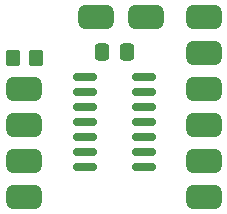
<source format=gbr>
%TF.GenerationSoftware,KiCad,Pcbnew,6.0.6-3a73a75311~116~ubuntu20.04.1*%
%TF.CreationDate,2022-07-03T10:43:35+02:00*%
%TF.ProjectId,MD_Mod,4d445f4d-6f64-42e6-9b69-6361645f7063,rev?*%
%TF.SameCoordinates,Original*%
%TF.FileFunction,Paste,Top*%
%TF.FilePolarity,Positive*%
%FSLAX46Y46*%
G04 Gerber Fmt 4.6, Leading zero omitted, Abs format (unit mm)*
G04 Created by KiCad (PCBNEW 6.0.6-3a73a75311~116~ubuntu20.04.1) date 2022-07-03 10:43:35*
%MOMM*%
%LPD*%
G01*
G04 APERTURE LIST*
G04 Aperture macros list*
%AMRoundRect*
0 Rectangle with rounded corners*
0 $1 Rounding radius*
0 $2 $3 $4 $5 $6 $7 $8 $9 X,Y pos of 4 corners*
0 Add a 4 corners polygon primitive as box body*
4,1,4,$2,$3,$4,$5,$6,$7,$8,$9,$2,$3,0*
0 Add four circle primitives for the rounded corners*
1,1,$1+$1,$2,$3*
1,1,$1+$1,$4,$5*
1,1,$1+$1,$6,$7*
1,1,$1+$1,$8,$9*
0 Add four rect primitives between the rounded corners*
20,1,$1+$1,$2,$3,$4,$5,0*
20,1,$1+$1,$4,$5,$6,$7,0*
20,1,$1+$1,$6,$7,$8,$9,0*
20,1,$1+$1,$8,$9,$2,$3,0*%
G04 Aperture macros list end*
%ADD10RoundRect,0.500000X-1.000000X-0.500000X1.000000X-0.500000X1.000000X0.500000X-1.000000X0.500000X0*%
%ADD11RoundRect,0.250000X-0.350000X-0.450000X0.350000X-0.450000X0.350000X0.450000X-0.350000X0.450000X0*%
%ADD12RoundRect,0.150000X-0.825000X-0.150000X0.825000X-0.150000X0.825000X0.150000X-0.825000X0.150000X0*%
%ADD13RoundRect,0.250000X-0.337500X-0.475000X0.337500X-0.475000X0.337500X0.475000X-0.337500X0.475000X0*%
G04 APERTURE END LIST*
D10*
%TO.C,J11*%
X154940000Y-112268000D03*
%TD*%
%TO.C,J10*%
X154940000Y-109220000D03*
%TD*%
%TO.C,J12*%
X139700000Y-103124000D03*
%TD*%
%TO.C,J1*%
X145796000Y-97028000D03*
%TD*%
%TO.C,J5*%
X139700000Y-106172000D03*
%TD*%
%TO.C,J7*%
X154940000Y-106172000D03*
%TD*%
D11*
%TO.C,R1*%
X138700000Y-100457000D03*
X140700000Y-100457000D03*
%TD*%
D10*
%TO.C,J2*%
X149987000Y-97028000D03*
%TD*%
D12*
%TO.C,U1*%
X144845000Y-102108000D03*
X144845000Y-103378000D03*
X144845000Y-104648000D03*
X144845000Y-105918000D03*
X144845000Y-107188000D03*
X144845000Y-108458000D03*
X144845000Y-109728000D03*
X149795000Y-109728000D03*
X149795000Y-108458000D03*
X149795000Y-107188000D03*
X149795000Y-105918000D03*
X149795000Y-104648000D03*
X149795000Y-103378000D03*
X149795000Y-102108000D03*
%TD*%
D10*
%TO.C,J8*%
X154940000Y-97028000D03*
%TD*%
%TO.C,J4*%
X139700000Y-109220000D03*
%TD*%
%TO.C,J3*%
X139700000Y-112268000D03*
%TD*%
%TO.C,J9*%
X154940000Y-100076000D03*
%TD*%
%TO.C,J6*%
X154940000Y-103124000D03*
%TD*%
D13*
%TO.C,C1*%
X146293250Y-99949000D03*
X148368250Y-99949000D03*
%TD*%
M02*

</source>
